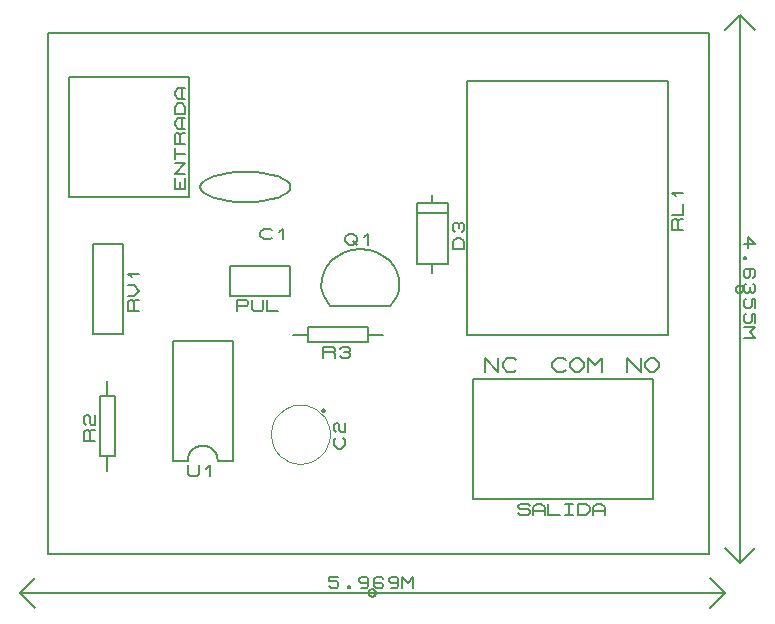
<source format=gbr>
G04 PROTEUS RS274X GERBER FILE*
%FSLAX45Y45*%
%MOMM*%
G01*
%ADD17C,0.203200*%
%ADD71C,0.120000*%
%ADD20C,0.200000*%
D17*
X-3649980Y+2334260D02*
X-4665980Y+2334260D01*
X-3649980Y+1318260D02*
X-4665980Y+1318260D01*
X-4665980Y+2334260D02*
X-4665980Y+1318260D01*
X-3649980Y+2334260D02*
X-3649980Y+1318260D01*
X-3675900Y+1481010D02*
X-3675900Y+1385760D01*
X-3767340Y+1385760D01*
X-3767340Y+1481010D01*
X-3721620Y+1385760D02*
X-3721620Y+1449260D01*
X-3675900Y+1512760D02*
X-3767340Y+1512760D01*
X-3675900Y+1608010D01*
X-3767340Y+1608010D01*
X-3767340Y+1639760D02*
X-3767340Y+1735010D01*
X-3767340Y+1687385D02*
X-3675900Y+1687385D01*
X-3675900Y+1766760D02*
X-3767340Y+1766760D01*
X-3767340Y+1846135D01*
X-3752100Y+1862010D01*
X-3736860Y+1862010D01*
X-3721620Y+1846135D01*
X-3721620Y+1766760D01*
X-3721620Y+1846135D02*
X-3706380Y+1862010D01*
X-3675900Y+1862010D01*
X-3675900Y+1893760D02*
X-3736860Y+1893760D01*
X-3767340Y+1925510D01*
X-3767340Y+1957260D01*
X-3736860Y+1989010D01*
X-3675900Y+1989010D01*
X-3706380Y+1893760D02*
X-3706380Y+1989010D01*
X-3675900Y+2020760D02*
X-3767340Y+2020760D01*
X-3767340Y+2084260D01*
X-3736860Y+2116010D01*
X-3706380Y+2116010D01*
X-3675900Y+2084260D01*
X-3675900Y+2020760D01*
X-3675900Y+2147760D02*
X-3736860Y+2147760D01*
X-3767340Y+2179510D01*
X-3767340Y+2211260D01*
X-3736860Y+2243010D01*
X-3675900Y+2243010D01*
X-3706380Y+2147760D02*
X-3706380Y+2243010D01*
X-2786920Y+1404620D02*
X-2794436Y+1378744D01*
X-2816090Y+1354772D01*
X-2850544Y+1333182D01*
X-2896458Y+1314450D01*
X-2952492Y+1299051D01*
X-3017306Y+1287462D01*
X-3089562Y+1280160D01*
X-3167920Y+1277620D01*
X-3548920Y+1404620D02*
X-3541300Y+1378744D01*
X-3519392Y+1354772D01*
X-3484626Y+1333182D01*
X-3438430Y+1314450D01*
X-3382232Y+1299051D01*
X-3317462Y+1287462D01*
X-3245549Y+1280160D01*
X-3167920Y+1277620D01*
X-3548920Y+1404620D02*
X-3541300Y+1430496D01*
X-3519392Y+1454468D01*
X-3484626Y+1476058D01*
X-3438430Y+1494790D01*
X-3382232Y+1510189D01*
X-3317462Y+1521778D01*
X-3245549Y+1529080D01*
X-3167920Y+1531620D01*
X-2786920Y+1404620D02*
X-2794436Y+1430496D01*
X-2816090Y+1454468D01*
X-2850544Y+1476058D01*
X-2896458Y+1494790D01*
X-2952492Y+1510189D01*
X-3017306Y+1521778D01*
X-3089562Y+1529080D01*
X-3167920Y+1531620D01*
X-2945670Y+976940D02*
X-2961545Y+961700D01*
X-3009170Y+961700D01*
X-3040920Y+992180D01*
X-3040920Y+1022660D01*
X-3009170Y+1053140D01*
X-2961545Y+1053140D01*
X-2945670Y+1037900D01*
X-2882170Y+1022660D02*
X-2850420Y+1053140D01*
X-2850420Y+961700D01*
X-3302000Y+485140D02*
X-2794000Y+485140D01*
X-2794000Y+739140D01*
X-3302000Y+739140D01*
X-3302000Y+485140D01*
X-3238500Y+353060D02*
X-3238500Y+444500D01*
X-3159125Y+444500D01*
X-3143250Y+429260D01*
X-3143250Y+414020D01*
X-3159125Y+398780D01*
X-3238500Y+398780D01*
X-3111500Y+444500D02*
X-3111500Y+368300D01*
X-3095625Y+353060D01*
X-3032125Y+353060D01*
X-3016250Y+368300D01*
X-3016250Y+444500D01*
X-2984500Y+444500D02*
X-2984500Y+353060D01*
X-2889250Y+353060D01*
X-3657600Y-911860D02*
X-3784600Y-911860D01*
X-3784600Y+104140D01*
X-3276600Y+104140D01*
X-3276600Y-911860D01*
X-3403600Y-911860D01*
X-3530600Y-784860D02*
X-3556476Y-787296D01*
X-3580448Y-794345D01*
X-3602038Y-805622D01*
X-3620770Y-820738D01*
X-3636169Y-839306D01*
X-3647758Y-860941D01*
X-3655060Y-885254D01*
X-3657600Y-911860D01*
X-3530600Y-784860D02*
X-3503994Y-787296D01*
X-3479681Y-794345D01*
X-3458046Y-805622D01*
X-3439478Y-820738D01*
X-3424362Y-839306D01*
X-3413085Y-860941D01*
X-3406036Y-885254D01*
X-3403600Y-911860D01*
X-3657600Y-952500D02*
X-3657600Y-1028700D01*
X-3641725Y-1043940D01*
X-3578225Y-1043940D01*
X-3562350Y-1028700D01*
X-3562350Y-952500D01*
X-3498850Y-982980D02*
X-3467100Y-952500D01*
X-3467100Y-1043940D01*
X-4455160Y+162560D02*
X-4201160Y+162560D01*
X-4201160Y+924560D01*
X-4455160Y+924560D01*
X-4455160Y+162560D01*
X-4069080Y+353060D02*
X-4160520Y+353060D01*
X-4160520Y+432435D01*
X-4145280Y+448310D01*
X-4130040Y+448310D01*
X-4114800Y+432435D01*
X-4114800Y+353060D01*
X-4114800Y+432435D02*
X-4099560Y+448310D01*
X-4069080Y+448310D01*
X-4160520Y+480060D02*
X-4114800Y+480060D01*
X-4069080Y+527685D01*
X-4114800Y+575310D01*
X-4160520Y+575310D01*
X-4130040Y+638810D02*
X-4160520Y+670560D01*
X-4069080Y+670560D01*
X-4338320Y-1003300D02*
X-4338320Y-876300D01*
X-4401820Y-876300D02*
X-4274820Y-876300D01*
X-4274820Y-368300D01*
X-4401820Y-368300D01*
X-4401820Y-876300D01*
X-4338320Y-368300D02*
X-4338320Y-241300D01*
X-4442460Y-749300D02*
X-4533900Y-749300D01*
X-4533900Y-669925D01*
X-4518660Y-654050D01*
X-4503420Y-654050D01*
X-4488180Y-669925D01*
X-4488180Y-749300D01*
X-4488180Y-669925D02*
X-4472940Y-654050D01*
X-4442460Y-654050D01*
X-4518660Y-606425D02*
X-4533900Y-590550D01*
X-4533900Y-542925D01*
X-4518660Y-527050D01*
X-4503420Y-527050D01*
X-4488180Y-542925D01*
X-4488180Y-590550D01*
X-4472940Y-606425D01*
X-4442460Y-606425D01*
X-4442460Y-527050D01*
D71*
X-2455100Y-687400D02*
X-2455915Y-667229D01*
X-2462534Y-626886D01*
X-2476347Y-586543D01*
X-2498793Y-546200D01*
X-2533090Y-505982D01*
X-2573433Y-474882D01*
X-2613776Y-454677D01*
X-2654119Y-442653D01*
X-2694462Y-437626D01*
X-2705100Y-437400D01*
X-2955100Y-687400D02*
X-2954285Y-667229D01*
X-2947666Y-626886D01*
X-2933853Y-586543D01*
X-2911407Y-546200D01*
X-2877110Y-505982D01*
X-2836767Y-474882D01*
X-2796424Y-454677D01*
X-2756081Y-442653D01*
X-2715738Y-437626D01*
X-2705100Y-437400D01*
X-2955100Y-687400D02*
X-2954285Y-707571D01*
X-2947666Y-747914D01*
X-2933853Y-788257D01*
X-2911407Y-828600D01*
X-2877110Y-868818D01*
X-2836767Y-899918D01*
X-2796424Y-920123D01*
X-2756081Y-932147D01*
X-2715738Y-937174D01*
X-2705100Y-937400D01*
X-2455100Y-687400D02*
X-2455915Y-707571D01*
X-2462534Y-747914D01*
X-2476347Y-788257D01*
X-2498793Y-828600D01*
X-2533090Y-868818D01*
X-2573433Y-899918D01*
X-2613776Y-920123D01*
X-2654119Y-932147D01*
X-2694462Y-937174D01*
X-2705100Y-937400D01*
D20*
X-2496100Y-488400D02*
X-2496135Y-487569D01*
X-2496416Y-485905D01*
X-2497006Y-484241D01*
X-2497970Y-482577D01*
X-2499445Y-480936D01*
X-2501109Y-479735D01*
X-2502773Y-478970D01*
X-2504437Y-478539D01*
X-2506100Y-478400D01*
X-2516100Y-488400D02*
X-2516065Y-487569D01*
X-2515784Y-485905D01*
X-2515194Y-484241D01*
X-2514230Y-482577D01*
X-2512755Y-480936D01*
X-2511091Y-479735D01*
X-2509427Y-478970D01*
X-2507763Y-478539D01*
X-2506100Y-478400D01*
X-2516100Y-488400D02*
X-2516065Y-489231D01*
X-2515784Y-490895D01*
X-2515194Y-492559D01*
X-2514230Y-494223D01*
X-2512755Y-495864D01*
X-2511091Y-497065D01*
X-2509427Y-497830D01*
X-2507763Y-498261D01*
X-2506100Y-498400D01*
X-2496100Y-488400D02*
X-2496135Y-489231D01*
X-2496416Y-490895D01*
X-2497006Y-492559D01*
X-2497970Y-494223D01*
X-2499445Y-495864D01*
X-2501109Y-497065D01*
X-2502773Y-497830D01*
X-2504437Y-498261D01*
X-2506100Y-498400D01*
D17*
X-2342420Y-719150D02*
X-2327180Y-735025D01*
X-2327180Y-782650D01*
X-2357660Y-814400D01*
X-2388140Y-814400D01*
X-2418620Y-782650D01*
X-2418620Y-735025D01*
X-2403380Y-719150D01*
X-2403380Y-671525D02*
X-2418620Y-655650D01*
X-2418620Y-608025D01*
X-2403380Y-592150D01*
X-2388140Y-592150D01*
X-2372900Y-608025D01*
X-2372900Y-655650D01*
X-2357660Y-671525D01*
X-2327180Y-671525D01*
X-2327180Y-592150D01*
X-2001520Y+154940D02*
X-2128520Y+154940D01*
X-2636520Y+91440D02*
X-2128520Y+91440D01*
X-2128520Y+218440D01*
X-2636520Y+218440D01*
X-2636520Y+91440D01*
X-2636520Y+154940D02*
X-2763520Y+154940D01*
X-2509520Y-40640D02*
X-2509520Y+50800D01*
X-2430145Y+50800D01*
X-2414270Y+35560D01*
X-2414270Y+20320D01*
X-2430145Y+5080D01*
X-2509520Y+5080D01*
X-2430145Y+5080D02*
X-2414270Y-10160D01*
X-2414270Y-40640D01*
X-2366645Y+35560D02*
X-2350770Y+50800D01*
X-2303145Y+50800D01*
X-2287270Y+35560D01*
X-2287270Y+20320D01*
X-2303145Y+5080D01*
X-2287270Y-10160D01*
X-2287270Y-25400D01*
X-2303145Y-40640D01*
X-2350770Y-40640D01*
X-2366645Y-25400D01*
X-2334895Y+5080D02*
X-2303145Y+5080D01*
X-2448560Y+393700D02*
X-1940560Y+393700D01*
X-2524760Y+558800D02*
X-2519998Y+520502D01*
X-2505710Y+481012D01*
X-2481898Y+439142D01*
X-2448560Y+393700D01*
X-2524760Y+558800D02*
X-2522129Y+623718D01*
X-2505648Y+683753D01*
X-2476721Y+737742D01*
X-2436753Y+784522D01*
X-2387148Y+822931D01*
X-2329311Y+851805D01*
X-2264647Y+869983D01*
X-2194560Y+876300D01*
X-1864360Y+558800D02*
X-1869122Y+520502D01*
X-1883410Y+481012D01*
X-1907222Y+439142D01*
X-1940560Y+393700D01*
X-1864360Y+558800D02*
X-1866991Y+623718D01*
X-1883472Y+683753D01*
X-1912399Y+737742D01*
X-1952367Y+784522D01*
X-2001972Y+822931D01*
X-2059809Y+851805D01*
X-2124473Y+869983D01*
X-2194560Y+876300D01*
X-2321560Y+977900D02*
X-2289810Y+1008380D01*
X-2258060Y+1008380D01*
X-2226310Y+977900D01*
X-2226310Y+947420D01*
X-2258060Y+916940D01*
X-2289810Y+916940D01*
X-2321560Y+947420D01*
X-2321560Y+977900D01*
X-2258060Y+947420D02*
X-2226310Y+916940D01*
X-2162810Y+977900D02*
X-2131060Y+1008380D01*
X-2131060Y+916940D01*
X-1717040Y+749300D02*
X-1450340Y+749300D01*
X-1450340Y+1267460D01*
X-1717040Y+1267460D01*
X-1717040Y+749300D01*
X-1452880Y+1186180D02*
X-1714500Y+1186180D01*
X-1584960Y+1338580D02*
X-1584960Y+1267460D01*
X-1584960Y+749300D02*
X-1584960Y+678180D01*
X-1318260Y+881380D02*
X-1409700Y+881380D01*
X-1409700Y+944880D01*
X-1379220Y+976630D01*
X-1348740Y+976630D01*
X-1318260Y+944880D01*
X-1318260Y+881380D01*
X-1394460Y+1024255D02*
X-1409700Y+1040130D01*
X-1409700Y+1087755D01*
X-1394460Y+1103630D01*
X-1379220Y+1103630D01*
X-1363980Y+1087755D01*
X-1348740Y+1103630D01*
X-1333500Y+1103630D01*
X-1318260Y+1087755D01*
X-1318260Y+1040130D01*
X-1333500Y+1024255D01*
X-1363980Y+1056005D02*
X-1363980Y+1087755D01*
X-1294800Y+155000D02*
X+405200Y+155000D01*
X+405200Y+2305000D01*
X-1294800Y+2305000D01*
X-1294800Y+155000D01*
X+537280Y+1039500D02*
X+445840Y+1039500D01*
X+445840Y+1118875D01*
X+461080Y+1134750D01*
X+476320Y+1134750D01*
X+491560Y+1118875D01*
X+491560Y+1039500D01*
X+491560Y+1118875D02*
X+506800Y+1134750D01*
X+537280Y+1134750D01*
X+445840Y+1166500D02*
X+537280Y+1166500D01*
X+537280Y+1261750D01*
X+476320Y+1325250D02*
X+445840Y+1357000D01*
X+537280Y+1357000D01*
X-457200Y-142240D02*
X-476250Y-162560D01*
X-533400Y-162560D01*
X-571500Y-121920D01*
X-571500Y-81280D01*
X-533400Y-40640D01*
X-476250Y-40640D01*
X-457200Y-60960D01*
X-419100Y-81280D02*
X-381000Y-40640D01*
X-342900Y-40640D01*
X-304800Y-81280D01*
X-304800Y-121920D01*
X-342900Y-162560D01*
X-381000Y-162560D01*
X-419100Y-121920D01*
X-419100Y-81280D01*
X-266700Y-162560D02*
X-266700Y-40640D01*
X-209550Y-101600D01*
X-152400Y-40640D01*
X-152400Y-162560D01*
X-1143000Y-162560D02*
X-1143000Y-40640D01*
X-1028700Y-162560D01*
X-1028700Y-40640D01*
X-876300Y-142240D02*
X-895350Y-162560D01*
X-952500Y-162560D01*
X-990600Y-121920D01*
X-990600Y-81280D01*
X-952500Y-40640D01*
X-895350Y-40640D01*
X-876300Y-60960D01*
X+63500Y-162560D02*
X+63500Y-40640D01*
X+177800Y-162560D01*
X+177800Y-40640D01*
X+215900Y-81280D02*
X+254000Y-40640D01*
X+292100Y-40640D01*
X+330200Y-81280D01*
X+330200Y-121920D01*
X+292100Y-162560D01*
X+254000Y-162560D01*
X+215900Y-121920D01*
X+215900Y-81280D01*
X-5080000Y-2032000D02*
X+889000Y-2032000D01*
X-5080000Y-2032000D02*
X-4953000Y-2159000D01*
X-5080000Y-2032000D02*
X-4953000Y-1905000D01*
X+889000Y-2032000D02*
X+762000Y-1905000D01*
X+889000Y-2032000D02*
X+762000Y-2159000D01*
X-2063750Y-2032000D02*
X-2063859Y-2029366D01*
X-2064749Y-2024097D01*
X-2066611Y-2018828D01*
X-2069654Y-2013559D01*
X-2074309Y-2008357D01*
X-2079578Y-2004531D01*
X-2084847Y-2002091D01*
X-2090116Y-2000710D01*
X-2095385Y-2000250D01*
X-2095500Y-2000250D01*
X-2127250Y-2032000D02*
X-2127141Y-2029366D01*
X-2126251Y-2024097D01*
X-2124389Y-2018828D01*
X-2121346Y-2013559D01*
X-2116691Y-2008357D01*
X-2111422Y-2004531D01*
X-2106153Y-2002091D01*
X-2100884Y-2000710D01*
X-2095615Y-2000250D01*
X-2095500Y-2000250D01*
X-2127250Y-2032000D02*
X-2127141Y-2034634D01*
X-2126251Y-2039903D01*
X-2124389Y-2045172D01*
X-2121346Y-2050441D01*
X-2116691Y-2055643D01*
X-2111422Y-2059469D01*
X-2106153Y-2061909D01*
X-2100884Y-2063290D01*
X-2095615Y-2063750D01*
X-2095500Y-2063750D01*
X-2063750Y-2032000D02*
X-2063859Y-2034634D01*
X-2064749Y-2039903D01*
X-2066611Y-2045172D01*
X-2069654Y-2050441D01*
X-2074309Y-2055643D01*
X-2079578Y-2059469D01*
X-2084847Y-2061909D01*
X-2090116Y-2063290D01*
X-2095385Y-2063750D01*
X-2095500Y-2063750D01*
X-2381250Y-1899920D02*
X-2460625Y-1899920D01*
X-2460625Y-1930400D01*
X-2397125Y-1930400D01*
X-2381250Y-1945640D01*
X-2381250Y-1976120D01*
X-2397125Y-1991360D01*
X-2444750Y-1991360D01*
X-2460625Y-1976120D01*
X-2301875Y-1976120D02*
X-2286000Y-1976120D01*
X-2286000Y-1991360D01*
X-2301875Y-1991360D01*
X-2301875Y-1976120D01*
X-2127250Y-1930400D02*
X-2143125Y-1945640D01*
X-2190750Y-1945640D01*
X-2206625Y-1930400D01*
X-2206625Y-1915160D01*
X-2190750Y-1899920D01*
X-2143125Y-1899920D01*
X-2127250Y-1915160D01*
X-2127250Y-1976120D01*
X-2143125Y-1991360D01*
X-2190750Y-1991360D01*
X-2000250Y-1915160D02*
X-2016125Y-1899920D01*
X-2063750Y-1899920D01*
X-2079625Y-1915160D01*
X-2079625Y-1976120D01*
X-2063750Y-1991360D01*
X-2016125Y-1991360D01*
X-2000250Y-1976120D01*
X-2000250Y-1960880D01*
X-2016125Y-1945640D01*
X-2079625Y-1945640D01*
X-1873250Y-1930400D02*
X-1889125Y-1945640D01*
X-1936750Y-1945640D01*
X-1952625Y-1930400D01*
X-1952625Y-1915160D01*
X-1936750Y-1899920D01*
X-1889125Y-1899920D01*
X-1873250Y-1915160D01*
X-1873250Y-1976120D01*
X-1889125Y-1991360D01*
X-1936750Y-1991360D01*
X-1841500Y-1991360D02*
X-1841500Y-1899920D01*
X-1793875Y-1945640D01*
X-1746250Y-1899920D01*
X-1746250Y-1991360D01*
X+1016000Y+2857500D02*
X+1016000Y-1778000D01*
X+1016000Y+2857500D02*
X+889000Y+2730500D01*
X+1016000Y+2857500D02*
X+1143000Y+2730500D01*
X+1016000Y-1778000D02*
X+1143000Y-1651000D01*
X+1016000Y-1778000D02*
X+889000Y-1651000D01*
X+1047750Y+539750D02*
X+1047641Y+542384D01*
X+1046751Y+547653D01*
X+1044889Y+552922D01*
X+1041846Y+558191D01*
X+1037191Y+563393D01*
X+1031922Y+567219D01*
X+1026653Y+569659D01*
X+1021384Y+571040D01*
X+1016115Y+571500D01*
X+1016000Y+571500D01*
X+984250Y+539750D02*
X+984359Y+542384D01*
X+985249Y+547653D01*
X+987111Y+552922D01*
X+990154Y+558191D01*
X+994809Y+563393D01*
X+1000078Y+567219D01*
X+1005347Y+569659D01*
X+1010616Y+571040D01*
X+1015885Y+571500D01*
X+1016000Y+571500D01*
X+984250Y+539750D02*
X+984359Y+537116D01*
X+985249Y+531847D01*
X+987111Y+526578D01*
X+990154Y+521309D01*
X+994809Y+516107D01*
X+1000078Y+512281D01*
X+1005347Y+509841D01*
X+1010616Y+508460D01*
X+1015885Y+508000D01*
X+1016000Y+508000D01*
X+1047750Y+539750D02*
X+1047641Y+537116D01*
X+1046751Y+531847D01*
X+1044889Y+526578D01*
X+1041846Y+521309D01*
X+1037191Y+516107D01*
X+1031922Y+512281D01*
X+1026653Y+509841D01*
X+1021384Y+508460D01*
X+1016115Y+508000D01*
X+1016000Y+508000D01*
X+1087120Y+889000D02*
X+1087120Y+984250D01*
X+1148080Y+920750D01*
X+1056640Y+920750D01*
X+1071880Y+809625D02*
X+1071880Y+793750D01*
X+1056640Y+793750D01*
X+1056640Y+809625D01*
X+1071880Y+809625D01*
X+1132840Y+635000D02*
X+1148080Y+650875D01*
X+1148080Y+698500D01*
X+1132840Y+714375D01*
X+1071880Y+714375D01*
X+1056640Y+698500D01*
X+1056640Y+650875D01*
X+1071880Y+635000D01*
X+1087120Y+635000D01*
X+1102360Y+650875D01*
X+1102360Y+714375D01*
X+1132840Y+587375D02*
X+1148080Y+571500D01*
X+1148080Y+523875D01*
X+1132840Y+508000D01*
X+1117600Y+508000D01*
X+1102360Y+523875D01*
X+1087120Y+508000D01*
X+1071880Y+508000D01*
X+1056640Y+523875D01*
X+1056640Y+571500D01*
X+1071880Y+587375D01*
X+1102360Y+555625D02*
X+1102360Y+523875D01*
X+1148080Y+381000D02*
X+1148080Y+460375D01*
X+1117600Y+460375D01*
X+1117600Y+396875D01*
X+1102360Y+381000D01*
X+1071880Y+381000D01*
X+1056640Y+396875D01*
X+1056640Y+444500D01*
X+1071880Y+460375D01*
X+1148080Y+254000D02*
X+1148080Y+333375D01*
X+1117600Y+333375D01*
X+1117600Y+269875D01*
X+1102360Y+254000D01*
X+1071880Y+254000D01*
X+1056640Y+269875D01*
X+1056640Y+317500D01*
X+1071880Y+333375D01*
X+1056640Y+222250D02*
X+1148080Y+222250D01*
X+1102360Y+174625D01*
X+1148080Y+127000D01*
X+1056640Y+127000D01*
X+284480Y-1236980D02*
X+284480Y-220980D01*
X-1239520Y-1236980D02*
X-1239520Y-220980D01*
X+284480Y-220980D02*
X-1239520Y-220980D01*
X-1239520Y-1236980D02*
X+284480Y-1236980D01*
X-858520Y-1353820D02*
X-842645Y-1369060D01*
X-779145Y-1369060D01*
X-763270Y-1353820D01*
X-763270Y-1338580D01*
X-779145Y-1323340D01*
X-842645Y-1323340D01*
X-858520Y-1308100D01*
X-858520Y-1292860D01*
X-842645Y-1277620D01*
X-779145Y-1277620D01*
X-763270Y-1292860D01*
X-731520Y-1369060D02*
X-731520Y-1308100D01*
X-699770Y-1277620D01*
X-668020Y-1277620D01*
X-636270Y-1308100D01*
X-636270Y-1369060D01*
X-731520Y-1338580D02*
X-636270Y-1338580D01*
X-604520Y-1277620D02*
X-604520Y-1369060D01*
X-509270Y-1369060D01*
X-461645Y-1277620D02*
X-398145Y-1277620D01*
X-429895Y-1277620D02*
X-429895Y-1369060D01*
X-461645Y-1369060D02*
X-398145Y-1369060D01*
X-350520Y-1369060D02*
X-350520Y-1277620D01*
X-287020Y-1277620D01*
X-255270Y-1308100D01*
X-255270Y-1338580D01*
X-287020Y-1369060D01*
X-350520Y-1369060D01*
X-223520Y-1369060D02*
X-223520Y-1308100D01*
X-191770Y-1277620D01*
X-160020Y-1277620D01*
X-128270Y-1308100D01*
X-128270Y-1369060D01*
X-223520Y-1338580D02*
X-128270Y-1338580D01*
X-4838700Y-1701800D02*
X+759460Y-1701800D01*
X+759460Y+2705100D01*
X-4838700Y+2705100D01*
X-4838700Y-1701800D01*
M02*

</source>
